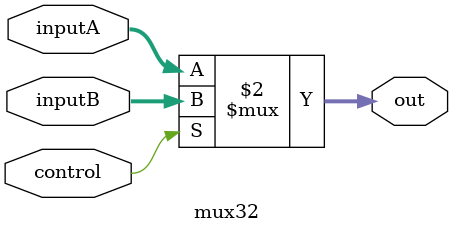
<source format=v>
`ifndef MODULE_MUX32
`define MODULE_MUX32
`timescale 1ns / 1ps


module mux32(inputA, inputB, control, out);
    parameter bits = 32;
    input [bits-1:0] inputA;
    input [bits-1:0] inputB;
    input control; //the control signal
    output [bits-1:0] out; //the output
    assign out= (control==1'b0) ?inputA:inputB;
endmodule

`endif
</source>
